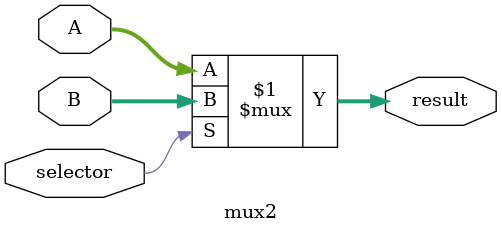
<source format=v>
module mux2#(parameter WIDTH=32)(A,B,selector,result);
input [WIDTH-1:0] A,B;
input selector;
output [WIDTH-1:0] result;

assign result=(selector)?B:A;

endmodule

</source>
